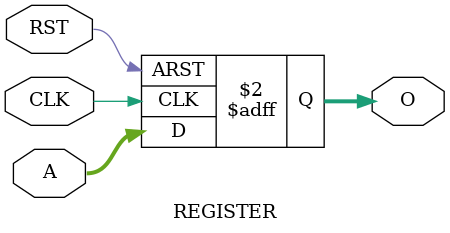
<source format=v>
module REGISTER #(parameter N = 32) (
    input [N-1:0] A,
    input RST,
    input CLK,
    output reg [N-1:0] O 
);

    always @(posedge RST or posedge CLK ) begin
        if(RST)
            O <= 0;
        else
            O <= A;
    end

endmodule
</source>
